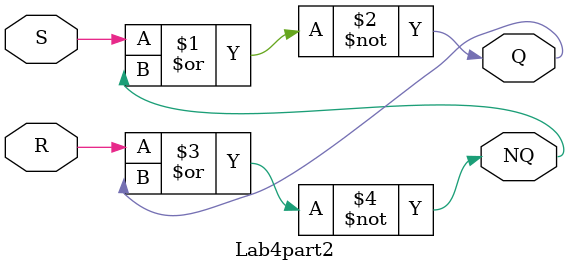
<source format=v>
`timescale 1ns	/ 1ps
module Lab4part2(R,	S,	Q,	NQ);
				input R,	S;
				output Q,	NQ;
				
				assign Q = ~(S | NQ);	//	S	(SET)	is	active	LOW
				assign NQ = ~(R | Q);	//	R	(RESET)	is	active	LOW
endmodule
</source>
